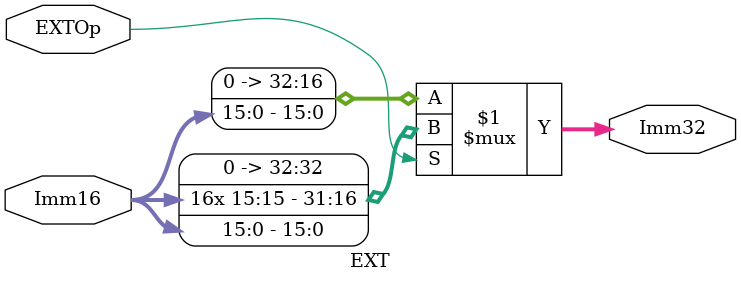
<source format=v>
module EXT(
input	[15:0]	Imm16,
input			EXTOp,

output	[32:0]	Imm32
);

	assign Imm32 = (EXTOp) ? {{16{Imm16[15]}}, Imm16} : {16'b0, Imm16};		// signed-extension or zero extension
	
endmodule
</source>
